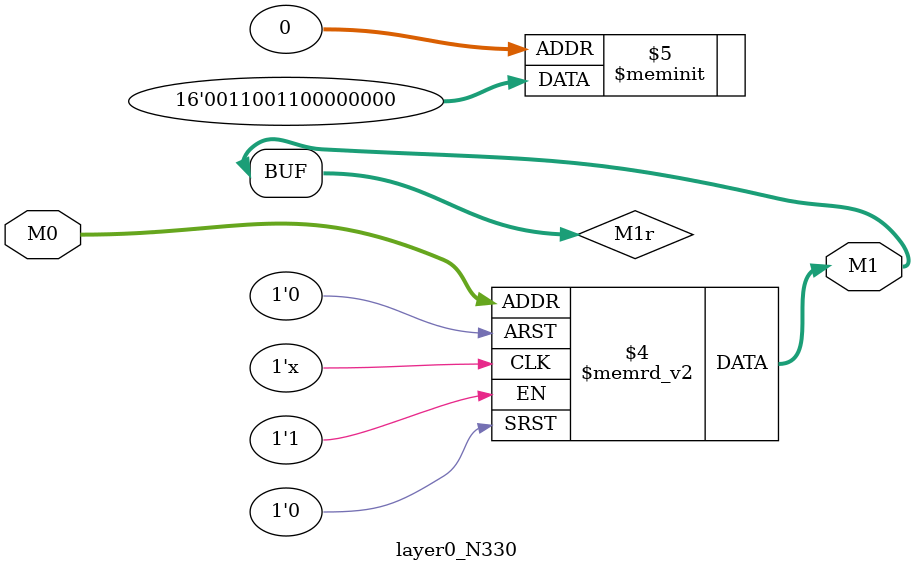
<source format=v>
module layer0_N330 ( input [2:0] M0, output [1:0] M1 );

	(*rom_style = "distributed" *) reg [1:0] M1r;
	assign M1 = M1r;
	always @ (M0) begin
		case (M0)
			3'b000: M1r = 2'b00;
			3'b100: M1r = 2'b11;
			3'b010: M1r = 2'b00;
			3'b110: M1r = 2'b11;
			3'b001: M1r = 2'b00;
			3'b101: M1r = 2'b00;
			3'b011: M1r = 2'b00;
			3'b111: M1r = 2'b00;

		endcase
	end
endmodule

</source>
